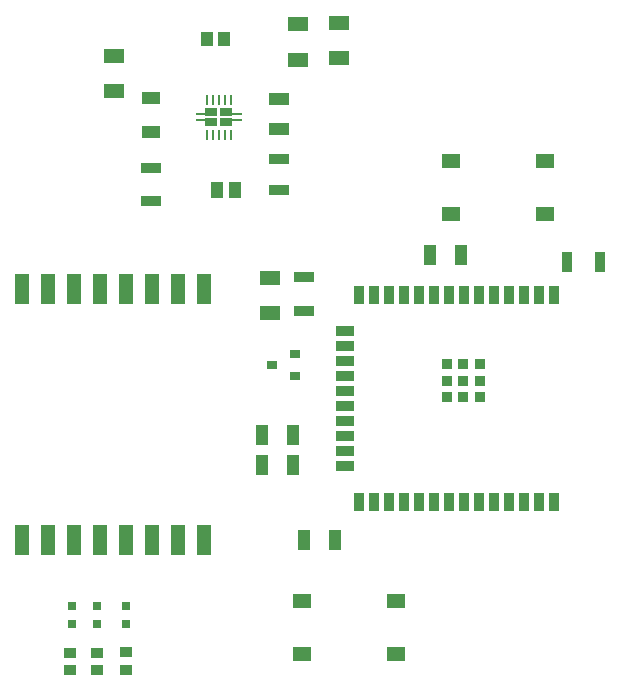
<source format=gtp>
%FSTAX23Y23*%
%MOIN*%
%SFA1B1*%

%IPPOS*%
%AMD24*
4,1,8,-0.015700,0.003500,-0.015700,-0.003500,-0.014700,-0.004500,0.014700,-0.004500,0.015700,-0.003500,0.015700,0.003500,0.014700,0.004500,-0.014700,0.004500,-0.015700,0.003500,0.0*
1,1,0.002000,-0.014700,0.003500*
1,1,0.002000,-0.014700,-0.003500*
1,1,0.002000,0.014700,-0.003500*
1,1,0.002000,0.014700,0.003500*
%
%AMD25*
4,1,8,0.003500,0.015700,-0.003500,0.015700,-0.004500,0.014700,-0.004500,-0.014700,-0.003500,-0.015700,0.003500,-0.015700,0.004500,-0.014700,0.004500,0.014700,0.003500,0.015700,0.0*
1,1,0.002000,0.003500,0.014700*
1,1,0.002000,-0.003500,0.014700*
1,1,0.002000,-0.003500,-0.014700*
1,1,0.002000,0.003500,-0.014700*
%
%ADD14R,0.041340X0.026770*%
%ADD15R,0.019680X0.010240*%
%ADD16R,0.070870X0.045280*%
%ADD17R,0.035430X0.059060*%
%ADD18R,0.059060X0.035430*%
%ADD19R,0.035430X0.035430*%
%ADD20R,0.070870X0.041340*%
%ADD21R,0.065280X0.037640*%
%ADD22R,0.043310X0.066930*%
%ADD23R,0.064960X0.043310*%
G04~CAMADD=24~8~0.0~0.0~90.6~315.0~10.0~0.0~15~0.0~0.0~0.0~0.0~0~0.0~0.0~0.0~0.0~0~0.0~0.0~0.0~90.0~314.0~90.0*
%ADD24D24*%
G04~CAMADD=25~8~0.0~0.0~90.6~315.0~10.0~0.0~15~0.0~0.0~0.0~0.0~0~0.0~0.0~0.0~0.0~0~0.0~0.0~0.0~0.0~90.6~315.0*
%ADD25D25*%
%ADD26R,0.051180X0.098430*%
%ADD27R,0.066930X0.037400*%
%ADD28R,0.037400X0.066930*%
%ADD29R,0.031500X0.031500*%
%ADD30R,0.061020X0.051180*%
%ADD31R,0.035430X0.031500*%
%ADD32R,0.041340X0.035430*%
%ADD33R,0.039370X0.053150*%
%ADD34R,0.039610X0.051510*%
%LNmblps_transreceiver_pcb_2-1*%
%LPD*%
G54D14*
X01175Y01977D03*
Y01942D03*
X01225D03*
Y01977D03*
G54D15*
X01135Y01969D03*
Y0195D03*
X01264Y0195D03*
Y01969D03*
G54D16*
X01465Y02269D03*
Y0215D03*
X016Y02274D03*
Y02155D03*
X0085Y02164D03*
Y02045D03*
X0137Y01423D03*
Y01305D03*
G54D17*
X02268Y01365D03*
X02318D03*
X02218D03*
X02168D03*
X02118D03*
X02068D03*
X02018D03*
X01968D03*
X01918D03*
X01868D03*
X01818D03*
X01768D03*
X01718D03*
X01668D03*
Y00676D03*
X01718D03*
X01768D03*
X01818D03*
X01868D03*
X01918D03*
X01968D03*
X02018D03*
X02068D03*
X02118D03*
X02168D03*
X02218D03*
X02268D03*
X02318D03*
G54D18*
X01619Y01245D03*
Y01195D03*
Y01145D03*
Y01095D03*
Y01045D03*
Y00995D03*
Y00945D03*
Y00895D03*
Y00845D03*
Y00795D03*
G54D19*
X0207Y01135D03*
Y0108D03*
Y01025D03*
X02014Y01135D03*
Y0108D03*
Y01025D03*
X01959Y01135D03*
Y0108D03*
Y01025D03*
G54D20*
X014Y0202D03*
Y01919D03*
G54D21*
X014Y01715D03*
Y01819D03*
G54D22*
X01447Y009D03*
X01345D03*
X02006Y015D03*
X01903D03*
X01447Y008D03*
X01345D03*
X01587Y0055D03*
X01485D03*
G54D23*
X00975Y01911D03*
Y02023D03*
G54D24*
X0126Y0197D03*
Y0195D03*
X0114Y0197D03*
Y0195D03*
G54D25*
X01239Y01901D03*
X01219D03*
X012D03*
X0118D03*
X0116D03*
Y02018D03*
X0118D03*
X012D03*
X01219D03*
X01239D03*
G54D26*
X01151Y0055D03*
Y01385D03*
X01064D03*
X00978D03*
X00891D03*
X00804D03*
X00718D03*
X00631D03*
X00545D03*
X01064Y0055D03*
X00978D03*
X00891D03*
X00804D03*
X00718D03*
X00631D03*
X00545D03*
G54D27*
X01485Y01425D03*
Y01314D03*
X00975Y0179D03*
Y01679D03*
G54D28*
X0247Y01475D03*
X02359D03*
G54D29*
X0071Y0027D03*
Y00329D03*
X0089Y0027D03*
Y00329D03*
X00795Y0027D03*
Y00329D03*
G54D30*
X02286Y01636D03*
X01973D03*
X02286Y01813D03*
X01973D03*
X01791Y00171D03*
X01478D03*
X01791Y00348D03*
X01478D03*
G54D31*
X01376Y01132D03*
X01455Y0117D03*
Y01095D03*
G54D32*
X00705Y00173D03*
Y00116D03*
X0089Y00175D03*
Y00117D03*
X00795Y00173D03*
Y00116D03*
G54D33*
X01254Y01715D03*
X01195D03*
G54D34*
X01218Y0222D03*
X01161D03*
M02*
</source>
